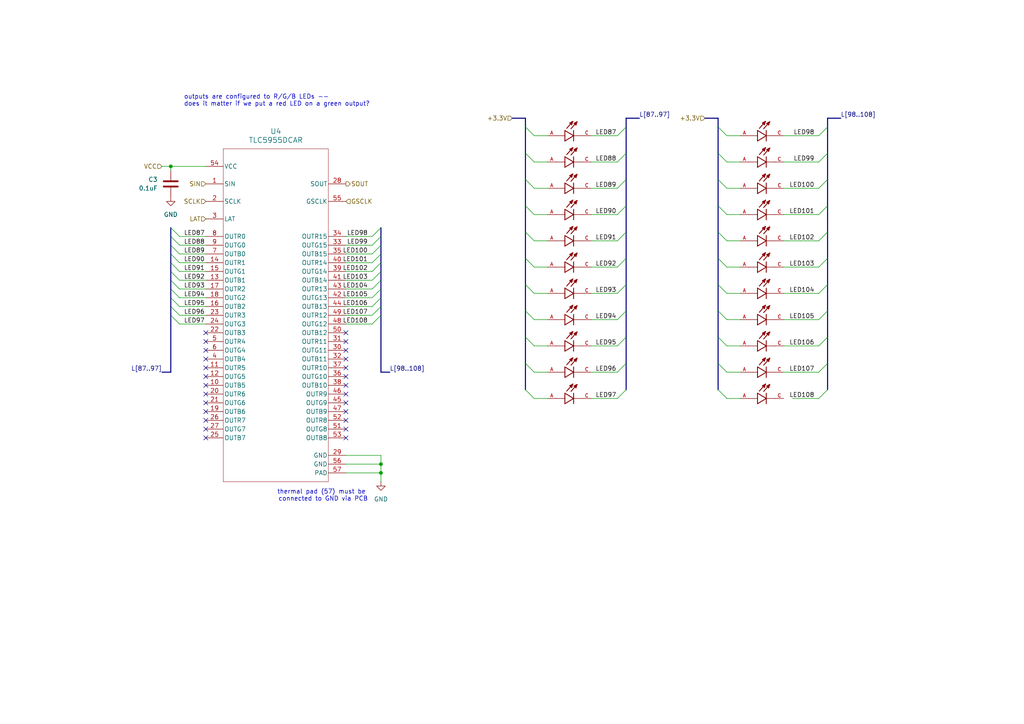
<source format=kicad_sch>
(kicad_sch (version 20231120) (generator "eeschema") (generator_version "8.0")
  (paper "A4")
  (lib_symbols
    (symbol "Device:C" (pin_numbers hide) (pin_names (offset 0.254))
      (property "Reference" "C" (at 0.635 2.54 0))
      (property "Value" "C" (at 0.635 -2.54 0))
      (symbol "C_0_1"
        (polyline (pts (xy -2.032 -0.762) (xy 2.032 -0.762)) (stroke (width 0.508)))
        (polyline (pts (xy -2.032 0.762) (xy 2.032 0.762)) (stroke (width 0.508)))
      )
      (symbol "C_1_1"
        (pin passive line (at 0 3.81 270) (length 2.794) (name "~") (number "1"))
        (pin passive line (at 0 -3.81 90) (length 2.794) (name "~") (number "2"))
      )
    )
    (symbol "LED 0603:LTST-C191KFKT" (pin_names (offset 1.016))
      (property "Reference" "D" (at -3.556 4.4958 0))
      (property "Value" "LTST-C191KFKT" (at -3.556 -3.302 0))
      (symbol "LTST-C191KFKT_0_0"
        (polyline (pts (xy -2.54 -1.524) (xy 0 0)) (stroke (width 0.254)))
        (polyline (pts (xy -2.54 0) (xy -5.08 0)) (stroke (width 0.1524)))
        (polyline (pts (xy -2.54 0) (xy -2.54 -1.524)) (stroke (width 0.254)))
        (polyline (pts (xy -2.54 1.524) (xy -2.54 0)) (stroke (width 0.254)))
        (polyline (pts (xy -1.1176 3.683) (xy -0.2286 4.1656)) (stroke (width 0.254)))
        (polyline (pts (xy -0.9398 3.6068) (xy -0.7112 3.7592)) (stroke (width 0.254)))
        (polyline (pts (xy -0.5588 3.2004) (xy -1.1176 3.683)) (stroke (width 0.254)))
        (polyline (pts (xy -0.5588 3.2004) (xy -0.5334 3.937)) (stroke (width 0.254)))
        (polyline (pts (xy -0.5334 3.937) (xy -0.6604 3.937)) (stroke (width 0.254)))
        (polyline (pts (xy -0.2286 4.1656) (xy -2.0066 2.1336)) (stroke (width 0.254)))
        (polyline (pts (xy -0.2286 4.1656) (xy -0.5588 3.2004)) (stroke (width 0.254)))
        (polyline (pts (xy 0 0) (xy -2.54 1.524)) (stroke (width 0.254)))
        (polyline (pts (xy 0 0) (xy 0 -1.524)) (stroke (width 0.254)))
        (polyline (pts (xy 0 1.524) (xy 0 0)) (stroke (width 0.254)))
        (polyline (pts (xy 0.127 3.5814) (xy 1.016 4.064)) (stroke (width 0.254)))
        (polyline (pts (xy 0.3048 3.5052) (xy 0.5334 3.6576)) (stroke (width 0.254)))
        (polyline (pts (xy 0.6858 3.0988) (xy 0.127 3.5814)) (stroke (width 0.254)))
        (polyline (pts (xy 0.6858 3.0988) (xy 0.7112 3.8354)) (stroke (width 0.254)))
        (polyline (pts (xy 0.7112 3.8354) (xy 0.5842 3.8354)) (stroke (width 0.254)))
        (polyline (pts (xy 1.016 4.064) (xy -0.762 2.032)) (stroke (width 0.254)))
        (polyline (pts (xy 1.016 4.064) (xy 0.6858 3.0988)) (stroke (width 0.254)))
        (polyline (pts (xy 2.54 0) (xy 0 0)) (stroke (width 0.1524)))
        (pin passive line (at -7.62 0 0) (length 2.54) (name "~") (number "A"))
        (pin passive line (at 5.08 0 180) (length 2.54) (name "~") (number "C"))
      )
    )
    (symbol "TLC5955:TLC5955DCAR" (pin_names (offset 0.254))
      (property "Reference" "U" (at 0 2.54 0))
      (property "Value" "TLC5955DCAR" (at 0 0 0))
      (symbol "TLC5955DCAR_0_1"
        (polyline (pts (xy -15.24 -48.26) (xy 15.24 -48.26)) (stroke (width 0.1016)))
        (polyline (pts (xy -15.24 48.26) (xy -15.24 -48.26)) (stroke (width 0.1016)))
        (polyline (pts (xy 15.24 -48.26) (xy 15.24 48.26)) (stroke (width 0.1016)))
        (polyline (pts (xy 15.24 48.26) (xy -15.24 48.26)) (stroke (width 0.1016)))
        (pin input line (at -20.32 38.1 0) (length 5.08) (name "SIN") (number "1"))
        (pin output line (at -20.32 -20.32 0) (length 5.08) (name "OUTB5") (number "10"))
        (pin output line (at -20.32 -15.24 0) (length 5.08) (name "OUTR5") (number "11"))
        (pin output line (at -20.32 -17.78 0) (length 5.08) (name "OUTG5") (number "12"))
        (pin output line (at -20.32 10.16 0) (length 5.08) (name "OUTB1") (number "13"))
        (pin output line (at -20.32 15.24 0) (length 5.08) (name "OUTR1") (number "14"))
        (pin output line (at -20.32 12.7 0) (length 5.08) (name "OUTG1") (number "15"))
        (pin output line (at -20.32 2.54 0) (length 5.08) (name "OUTB2") (number "16"))
        (pin output line (at -20.32 7.62 0) (length 5.08) (name "OUTR2") (number "17"))
        (pin output line (at -20.32 5.08 0) (length 5.08) (name "OUTG2") (number "18"))
        (pin output line (at -20.32 -27.94 0) (length 5.08) (name "OUTB6") (number "19"))
        (pin input line (at -20.32 33.02 0) (length 5.08) (name "SCLK") (number "2"))
        (pin output line (at -20.32 -22.86 0) (length 5.08) (name "OUTR6") (number "20"))
        (pin output line (at -20.32 -25.4 0) (length 5.08) (name "OUTG6") (number "21"))
        (pin output line (at -20.32 -5.08 0) (length 5.08) (name "OUTB3") (number "22"))
        (pin output line (at -20.32 0 0) (length 5.08) (name "OUTR3") (number "23"))
        (pin output line (at -20.32 -2.54 0) (length 5.08) (name "OUTG3") (number "24"))
        (pin output line (at -20.32 -35.56 0) (length 5.08) (name "OUTB7") (number "25"))
        (pin output line (at -20.32 -30.48 0) (length 5.08) (name "OUTR7") (number "26"))
        (pin output line (at -20.32 -33.02 0) (length 5.08) (name "OUTG7") (number "27"))
        (pin output line (at 20.32 38.1 180) (length 5.08) (name "SOUT") (number "28"))
        (pin power_in line (at 20.32 -40.64 180) (length 5.08) (name "GND") (number "29"))
        (pin input line (at -20.32 27.94 0) (length 5.08) (name "LAT") (number "3"))
        (pin output line (at 20.32 -10.16 180) (length 5.08) (name "OUTG11") (number "30"))
        (pin output line (at 20.32 -7.62 180) (length 5.08) (name "OUTR11") (number "31"))
        (pin output line (at 20.32 -12.7 180) (length 5.08) (name "OUTB11") (number "32"))
        (pin output line (at 20.32 20.32 180) (length 5.08) (name "OUTG15") (number "33"))
        (pin output line (at 20.32 22.86 180) (length 5.08) (name "OUTR15") (number "34"))
        (pin output line (at 20.32 17.78 180) (length 5.08) (name "OUTB15") (number "35"))
        (pin output line (at 20.32 -17.78 180) (length 5.08) (name "OUTG10") (number "36"))
        (pin output line (at 20.32 -15.24 180) (length 5.08) (name "OUTR10") (number "37"))
        (pin output line (at 20.32 -20.32 180) (length 5.08) (name "OUTB10") (number "38"))
        (pin output line (at 20.32 12.7 180) (length 5.08) (name "OUTG14") (number "39"))
        (pin output line (at -20.32 -12.7 0) (length 5.08) (name "OUTB4") (number "4"))
        (pin output line (at 20.32 15.24 180) (length 5.08) (name "OUTR14") (number "40"))
        (pin output line (at 20.32 10.16 180) (length 5.08) (name "OUTB14") (number "41"))
        (pin output line (at 20.32 5.08 180) (length 5.08) (name "OUTG13") (number "42"))
        (pin output line (at 20.32 7.62 180) (length 5.08) (name "OUTR13") (number "43"))
        (pin output line (at 20.32 2.54 180) (length 5.08) (name "OUTB13") (number "44"))
        (pin output line (at 20.32 -25.4 180) (length 5.08) (name "OUTG9") (number "45"))
        (pin output line (at 20.32 -22.86 180) (length 5.08) (name "OUTR9") (number "46"))
        (pin output line (at 20.32 -27.94 180) (length 5.08) (name "OUTB9") (number "47"))
        (pin output line (at 20.32 -2.54 180) (length 5.08) (name "OUTG12") (number "48"))
        (pin output line (at 20.32 0 180) (length 5.08) (name "OUTR12") (number "49"))
        (pin output line (at -20.32 -7.62 0) (length 5.08) (name "OUTR4") (number "5"))
        (pin output line (at 20.32 -5.08 180) (length 5.08) (name "OUTB12") (number "50"))
        (pin output line (at 20.32 -33.02 180) (length 5.08) (name "OUTG8") (number "51"))
        (pin output line (at 20.32 -30.48 180) (length 5.08) (name "OUTR8") (number "52"))
        (pin output line (at 20.32 -35.56 180) (length 5.08) (name "OUTB8") (number "53"))
        (pin power_in line (at -20.32 43.18 0) (length 5.08) (name "VCC") (number "54"))
        (pin input line (at 20.32 33.02 180) (length 5.08) (name "GSCLK") (number "55"))
        (pin power_in line (at 20.32 -43.18 180) (length 5.08) (name "GND") (number "56"))
        (pin power_in line (at 20.32 -45.72 180) (length 5.08) (name "PAD") (number "57"))
        (pin output line (at -20.32 -10.16 0) (length 5.08) (name "OUTG4") (number "6"))
        (pin output line (at -20.32 17.78 0) (length 5.08) (name "OUTB0") (number "7"))
        (pin output line (at -20.32 22.86 0) (length 5.08) (name "OUTR0") (number "8"))
        (pin output line (at -20.32 20.32 0) (length 5.08) (name "OUTG0") (number "9"))
      )
    )
    (symbol "power:GND" (power) (pin_numbers hide) (pin_names (offset 0) hide)
      (property "Value" "GND" (at 0 -3.81 0))
      (symbol "GND_0_1"
        (polyline (pts (xy 0 0) (xy 0 -1.27) (xy 1.27 -1.27) (xy 0 -2.54) (xy -1.27 -1.27) (xy 0 -1.27)))
      )
      (symbol "GND_1_1"
        (pin power_in line (at 0 0 270) (length 0) (name "~") (number "1"))
      )
    )
  )
  (junction (at 49.53 48.26))
  (junction (at 110.49 137.16))
  (junction (at 110.49 134.62))
  (no_connect (at 59.69 114.3))
  (no_connect (at 100.33 99.06))
  (no_connect (at 100.33 114.3))
  (no_connect (at 59.69 104.14))
  (no_connect (at 59.69 119.38))
  (no_connect (at 59.69 101.6))
  (no_connect (at 59.69 99.06))
  (no_connect (at 59.69 121.92))
  (no_connect (at 100.33 121.92))
  (no_connect (at 100.33 104.14))
  (no_connect (at 100.33 119.38))
  (no_connect (at 100.33 116.84))
  (no_connect (at 100.33 111.76))
  (no_connect (at 59.69 96.52))
  (no_connect (at 59.69 124.46))
  (no_connect (at 100.33 127))
  (no_connect (at 59.69 111.76))
  (no_connect (at 100.33 124.46))
  (no_connect (at 100.33 106.68))
  (no_connect (at 59.69 116.84))
  (no_connect (at 59.69 106.68))
  (no_connect (at 100.33 101.6))
  (no_connect (at 100.33 96.52))
  (no_connect (at 59.69 109.22))
  (no_connect (at 59.69 127))
  (no_connect (at 100.33 109.22))
  (bus_entry (at 240.03 44.45) (size -2.54 2.54))
  (bus_entry (at 110.49 81.28) (size -2.54 2.54))
  (bus_entry (at 152.4 36.83) (size 2.54 2.54))
  (bus_entry (at 49.53 83.82) (size 2.54 2.54))
  (bus_entry (at 181.61 82.55) (size -2.54 2.54))
  (bus_entry (at 181.61 67.31) (size -2.54 2.54))
  (bus_entry (at 208.28 74.93) (size 2.54 2.54))
  (bus_entry (at 152.4 52.07) (size 2.54 2.54))
  (bus_entry (at 240.03 74.93) (size -2.54 2.54))
  (bus_entry (at 49.53 86.36) (size 2.54 2.54))
  (bus_entry (at 152.4 44.45) (size 2.54 2.54))
  (bus_entry (at 181.61 74.93) (size -2.54 2.54))
  (bus_entry (at 181.61 105.41) (size -2.54 2.54))
  (bus_entry (at 49.53 71.12) (size 2.54 2.54))
  (bus_entry (at 240.03 52.07) (size -2.54 2.54))
  (bus_entry (at 240.03 113.03) (size -2.54 2.54))
  (bus_entry (at 49.53 91.44) (size 2.54 2.54))
  (bus_entry (at 49.53 73.66) (size 2.54 2.54))
  (bus_entry (at 208.28 97.79) (size 2.54 2.54))
  (bus_entry (at 110.49 66.04) (size -2.54 2.54))
  (bus_entry (at 152.4 90.17) (size 2.54 2.54))
  (bus_entry (at 152.4 105.41) (size 2.54 2.54))
  (bus_entry (at 110.49 86.36) (size -2.54 2.54))
  (bus_entry (at 110.49 88.9) (size -2.54 2.54))
  (bus_entry (at 208.28 59.69) (size 2.54 2.54))
  (bus_entry (at 181.61 97.79) (size -2.54 2.54))
  (bus_entry (at 152.4 113.03) (size 2.54 2.54))
  (bus_entry (at 181.61 59.69) (size -2.54 2.54))
  (bus_entry (at 208.28 113.03) (size 2.54 2.54))
  (bus_entry (at 181.61 90.17) (size -2.54 2.54))
  (bus_entry (at 240.03 36.83) (size -2.54 2.54))
  (bus_entry (at 181.61 113.03) (size -2.54 2.54))
  (bus_entry (at 152.4 67.31) (size 2.54 2.54))
  (bus_entry (at 110.49 76.2) (size -2.54 2.54))
  (bus_entry (at 152.4 97.79) (size 2.54 2.54))
  (bus_entry (at 208.28 44.45) (size 2.54 2.54))
  (bus_entry (at 110.49 78.74) (size -2.54 2.54))
  (bus_entry (at 240.03 97.79) (size -2.54 2.54))
  (bus_entry (at 49.53 76.2) (size 2.54 2.54))
  (bus_entry (at 181.61 44.45) (size -2.54 2.54))
  (bus_entry (at 181.61 36.83) (size -2.54 2.54))
  (bus_entry (at 240.03 105.41) (size -2.54 2.54))
  (bus_entry (at 208.28 52.07) (size 2.54 2.54))
  (bus_entry (at 240.03 59.69) (size -2.54 2.54))
  (bus_entry (at 110.49 68.58) (size -2.54 2.54))
  (bus_entry (at 49.53 88.9) (size 2.54 2.54))
  (bus_entry (at 181.61 52.07) (size -2.54 2.54))
  (bus_entry (at 49.53 66.04) (size 2.54 2.54))
  (bus_entry (at 152.4 74.93) (size 2.54 2.54))
  (bus_entry (at 110.49 91.44) (size -2.54 2.54))
  (bus_entry (at 240.03 82.55) (size -2.54 2.54))
  (bus_entry (at 208.28 90.17) (size 2.54 2.54))
  (bus_entry (at 208.28 67.31) (size 2.54 2.54))
  (bus_entry (at 152.4 82.55) (size 2.54 2.54))
  (bus_entry (at 110.49 73.66) (size -2.54 2.54))
  (bus_entry (at 240.03 67.31) (size -2.54 2.54))
  (bus_entry (at 208.28 36.83) (size 2.54 2.54))
  (bus_entry (at 152.4 59.69) (size 2.54 2.54))
  (bus_entry (at 240.03 90.17) (size -2.54 2.54))
  (bus_entry (at 49.53 81.28) (size 2.54 2.54))
  (bus_entry (at 208.28 105.41) (size 2.54 2.54))
  (bus_entry (at 110.49 83.82) (size -2.54 2.54))
  (bus_entry (at 49.53 68.58) (size 2.54 2.54))
  (bus_entry (at 110.49 71.12) (size -2.54 2.54))
  (bus_entry (at 49.53 78.74) (size 2.54 2.54))
  (bus_entry (at 208.28 82.55) (size 2.54 2.54))
  (bus (pts (xy 49.53 66.04) (xy 49.53 68.58)))
  (bus (pts (xy 240.03 34.29) (xy 243.84 34.29)))
  (wire (pts (xy 107.95 71.12) (xy 100.33 71.12)))
  (wire (pts (xy 227.33 69.85) (xy 237.49 69.85)))
  (wire (pts (xy 171.45 62.23) (xy 179.07 62.23)))
  (bus (pts (xy 204.47 34.29) (xy 208.28 34.29)))
  (wire (pts (xy 227.33 77.47) (xy 237.49 77.47)))
  (wire (pts (xy 100.33 137.16) (xy 110.49 137.16)))
  (bus (pts (xy 49.53 91.44) (xy 49.53 107.95)))
  (bus (pts (xy 49.53 86.36) (xy 49.53 88.9)))
  (wire (pts (xy 210.82 62.23) (xy 214.63 62.23)))
  (bus (pts (xy 240.03 90.17) (xy 240.03 97.79)))
  (bus (pts (xy 110.49 71.12) (xy 110.49 73.66)))
  (bus (pts (xy 152.4 44.45) (xy 152.4 36.83)))
  (wire (pts (xy 227.33 85.09) (xy 237.49 85.09)))
  (bus (pts (xy 181.61 105.41) (xy 181.61 113.03)))
  (wire (pts (xy 154.94 69.85) (xy 158.75 69.85)))
  (bus (pts (xy 181.61 52.07) (xy 181.61 59.69)))
  (wire (pts (xy 154.94 85.09) (xy 158.75 85.09)))
  (wire (pts (xy 52.07 71.12) (xy 59.69 71.12)))
  (bus (pts (xy 152.4 90.17) (xy 152.4 82.55)))
  (bus (pts (xy 110.49 91.44) (xy 110.49 107.95)))
  (bus (pts (xy 152.4 113.03) (xy 152.4 105.41)))
  (wire (pts (xy 46.99 48.26) (xy 49.53 48.26)))
  (bus (pts (xy 208.28 105.41) (xy 208.28 97.79)))
  (bus (pts (xy 240.03 67.31) (xy 240.03 74.93)))
  (bus (pts (xy 152.4 52.07) (xy 152.4 44.45)))
  (bus (pts (xy 240.03 74.93) (xy 240.03 82.55)))
  (bus (pts (xy 240.03 82.55) (xy 240.03 90.17)))
  (bus (pts (xy 152.4 105.41) (xy 152.4 97.79)))
  (wire (pts (xy 210.82 39.37) (xy 214.63 39.37)))
  (wire (pts (xy 49.53 48.26) (xy 59.69 48.26)))
  (wire (pts (xy 154.94 107.95) (xy 158.75 107.95)))
  (wire (pts (xy 227.33 100.33) (xy 237.49 100.33)))
  (wire (pts (xy 210.82 115.57) (xy 214.63 115.57)))
  (bus (pts (xy 181.61 74.93) (xy 181.61 82.55)))
  (wire (pts (xy 171.45 77.47) (xy 179.07 77.47)))
  (wire (pts (xy 52.07 68.58) (xy 59.69 68.58)))
  (wire (pts (xy 154.94 115.57) (xy 158.75 115.57)))
  (bus (pts (xy 110.49 88.9) (xy 110.49 91.44)))
  (bus (pts (xy 208.28 52.07) (xy 208.28 44.45)))
  (wire (pts (xy 210.82 54.61) (xy 214.63 54.61)))
  (wire (pts (xy 237.49 115.57) (xy 229.87 115.57)))
  (bus (pts (xy 46.99 107.95) (xy 49.53 107.95)))
  (bus (pts (xy 148.59 34.29) (xy 152.4 34.29)))
  (wire (pts (xy 210.82 46.99) (xy 214.63 46.99)))
  (bus (pts (xy 152.4 82.55) (xy 152.4 74.93)))
  (wire (pts (xy 227.33 107.95) (xy 237.49 107.95)))
  (bus (pts (xy 181.61 90.17) (xy 181.61 97.79)))
  (bus (pts (xy 152.4 36.83) (xy 152.4 34.29)))
  (bus (pts (xy 208.28 90.17) (xy 208.28 82.55)))
  (wire (pts (xy 154.94 39.37) (xy 158.75 39.37)))
  (bus (pts (xy 240.03 59.69) (xy 240.03 67.31)))
  (wire (pts (xy 52.07 91.44) (xy 59.69 91.44)))
  (wire (pts (xy 52.07 83.82) (xy 59.69 83.82)))
  (wire (pts (xy 171.45 100.33) (xy 179.07 100.33)))
  (bus (pts (xy 240.03 52.07) (xy 240.03 59.69)))
  (wire (pts (xy 52.07 88.9) (xy 59.69 88.9)))
  (wire (pts (xy 227.33 46.99) (xy 237.49 46.99)))
  (wire (pts (xy 107.95 76.2) (xy 100.33 76.2)))
  (wire (pts (xy 227.33 62.23) (xy 237.49 62.23)))
  (bus (pts (xy 49.53 68.58) (xy 49.53 71.12)))
  (bus (pts (xy 181.61 67.31) (xy 181.61 74.93)))
  (bus (pts (xy 110.49 68.58) (xy 110.49 71.12)))
  (wire (pts (xy 210.82 77.47) (xy 214.63 77.47)))
  (wire (pts (xy 52.07 86.36) (xy 59.69 86.36)))
  (bus (pts (xy 110.49 66.04) (xy 110.49 68.58)))
  (wire (pts (xy 227.33 39.37) (xy 237.49 39.37)))
  (wire (pts (xy 52.07 81.28) (xy 59.69 81.28)))
  (bus (pts (xy 181.61 59.69) (xy 181.61 67.31)))
  (wire (pts (xy 210.82 100.33) (xy 214.63 100.33)))
  (bus (pts (xy 49.53 81.28) (xy 49.53 83.82)))
  (wire (pts (xy 107.95 81.28) (xy 100.33 81.28)))
  (bus (pts (xy 181.61 34.29) (xy 185.42 34.29)))
  (wire (pts (xy 154.94 100.33) (xy 158.75 100.33)))
  (bus (pts (xy 110.49 76.2) (xy 110.49 78.74)))
  (wire (pts (xy 171.45 39.37) (xy 179.07 39.37)))
  (bus (pts (xy 240.03 34.29) (xy 240.03 36.83)))
  (bus (pts (xy 240.03 36.83) (xy 240.03 44.45)))
  (wire (pts (xy 171.45 85.09) (xy 179.07 85.09)))
  (bus (pts (xy 110.49 86.36) (xy 110.49 88.9)))
  (bus (pts (xy 208.28 74.93) (xy 208.28 67.31)))
  (wire (pts (xy 171.45 107.95) (xy 179.07 107.95)))
  (wire (pts (xy 171.45 115.57) (xy 179.07 115.57)))
  (wire (pts (xy 107.95 88.9) (xy 100.33 88.9)))
  (wire (pts (xy 154.94 92.71) (xy 158.75 92.71)))
  (wire (pts (xy 210.82 85.09) (xy 214.63 85.09)))
  (bus (pts (xy 181.61 34.29) (xy 181.61 36.83)))
  (bus (pts (xy 110.49 81.28) (xy 110.49 83.82)))
  (bus (pts (xy 208.28 59.69) (xy 208.28 52.07)))
  (wire (pts (xy 107.95 93.98) (xy 100.33 93.98)))
  (bus (pts (xy 110.49 78.74) (xy 110.49 81.28)))
  (bus (pts (xy 49.53 76.2) (xy 49.53 78.74)))
  (wire (pts (xy 210.82 107.95) (xy 214.63 107.95)))
  (bus (pts (xy 181.61 44.45) (xy 181.61 52.07)))
  (wire (pts (xy 52.07 93.98) (xy 59.69 93.98)))
  (bus (pts (xy 49.53 73.66) (xy 49.53 76.2)))
  (bus (pts (xy 181.61 82.55) (xy 181.61 90.17)))
  (bus (pts (xy 152.4 97.79) (xy 152.4 90.17)))
  (wire (pts (xy 210.82 69.85) (xy 214.63 69.85)))
  (wire (pts (xy 49.53 48.26) (xy 49.53 49.53)))
  (bus (pts (xy 152.4 59.69) (xy 152.4 52.07)))
  (wire (pts (xy 52.07 76.2) (xy 59.69 76.2)))
  (bus (pts (xy 208.28 44.45) (xy 208.28 36.83)))
  (wire (pts (xy 110.49 132.08) (xy 110.49 134.62)))
  (wire (pts (xy 107.95 73.66) (xy 100.33 73.66)))
  (wire (pts (xy 107.95 68.58) (xy 100.33 68.58)))
  (bus (pts (xy 240.03 44.45) (xy 240.03 52.07)))
  (bus (pts (xy 49.53 71.12) (xy 49.53 73.66)))
  (bus (pts (xy 152.4 74.93) (xy 152.4 67.31)))
  (bus (pts (xy 49.53 78.74) (xy 49.53 81.28)))
  (wire (pts (xy 171.45 69.85) (xy 179.07 69.85)))
  (bus (pts (xy 208.28 82.55) (xy 208.28 74.93)))
  (bus (pts (xy 110.49 83.82) (xy 110.49 86.36)))
  (bus (pts (xy 110.49 73.66) (xy 110.49 76.2)))
  (bus (pts (xy 49.53 83.82) (xy 49.53 86.36)))
  (wire (pts (xy 210.82 92.71) (xy 214.63 92.71)))
  (wire (pts (xy 171.45 92.71) (xy 179.07 92.71)))
  (wire (pts (xy 154.94 46.99) (xy 158.75 46.99)))
  (wire (pts (xy 154.94 62.23) (xy 158.75 62.23)))
  (wire (pts (xy 154.94 54.61) (xy 158.75 54.61)))
  (bus (pts (xy 152.4 67.31) (xy 152.4 59.69)))
  (wire (pts (xy 107.95 83.82) (xy 100.33 83.82)))
  (wire (pts (xy 154.94 77.47) (xy 158.75 77.47)))
  (bus (pts (xy 208.28 67.31) (xy 208.28 59.69)))
  (wire (pts (xy 107.95 78.74) (xy 100.33 78.74)))
  (bus (pts (xy 49.53 88.9) (xy 49.53 91.44)))
  (bus (pts (xy 113.03 107.95) (xy 110.49 107.95)))
  (wire (pts (xy 52.07 73.66) (xy 59.69 73.66)))
  (wire (pts (xy 100.33 132.08) (xy 110.49 132.08)))
  (wire (pts (xy 52.07 78.74) (xy 59.69 78.74)))
  (wire (pts (xy 227.33 54.61) (xy 237.49 54.61)))
  (bus (pts (xy 181.61 36.83) (xy 181.61 44.45)))
  (bus (pts (xy 208.28 113.03) (xy 208.28 105.41)))
  (bus (pts (xy 240.03 105.41) (xy 240.03 113.03)))
  (wire (pts (xy 110.49 134.62) (xy 110.49 137.16)))
  (wire (pts (xy 107.95 91.44) (xy 100.33 91.44)))
  (wire (pts (xy 100.33 134.62) (xy 110.49 134.62)))
  (bus (pts (xy 208.28 36.83) (xy 208.28 34.29)))
  (wire (pts (xy 227.33 92.71) (xy 237.49 92.71)))
  (bus (pts (xy 181.61 97.79) (xy 181.61 105.41)))
  (wire (pts (xy 171.45 46.99) (xy 179.07 46.99)))
  (wire (pts (xy 107.95 86.36) (xy 100.33 86.36)))
  (wire (pts (xy 171.45 54.61) (xy 179.07 54.61)))
  (bus (pts (xy 208.28 97.79) (xy 208.28 90.17)))
  (wire (pts (xy 110.49 137.16) (xy 110.49 139.7)))
  (bus (pts (xy 240.03 97.79) (xy 240.03 105.41)))
  (text "thermal pad (57) must be \nconnected to GND via PCB" (at 93.726 143.764 0) (effects (font (size 1.27 1.27))))
  (text "outputs are configured to R/G/B LEDs -- \ndoes it matter if we put a red LED on a green output?" (at 53.34 29.21 0) (effects (font (size 1.27 1.27)) (justify left)))
  (label "LED108" (at 236.22 115.57 180))
  (label "LED92" (at 172.72 77.47 0))
  (label "LED106" (at 236.22 100.33 180))
  (label "LED98" (at 236.22 39.37 180))
  (label "LED90" (at 53.34 76.2 0))
  (label "LED97" (at 53.34 93.98 0))
  (label "LED103" (at 236.22 77.47 180))
  (label "LED92" (at 53.34 81.28 0))
  (label "LED89" (at 53.34 73.66 0))
  (label "LED96" (at 53.34 91.44 0))
  (label "LED100" (at 106.68 73.66 180))
  (label "LED107" (at 106.68 91.44 180))
  (label "LED101" (at 106.68 76.2 180))
  (label "LED97" (at 172.72 115.57 0))
  (label "L[98..108]" (at 113.03 107.95 0))
  (label "LED108" (at 106.68 93.98 180))
  (label "LED93" (at 172.72 85.09 0))
  (label "LED93" (at 53.34 83.82 0))
  (label "LED95" (at 53.34 88.9 0))
  (label "LED88" (at 53.34 71.12 0))
  (label "LED91" (at 53.34 78.74 0))
  (label "LED101" (at 236.22 62.23 180))
  (label "LED102" (at 106.68 78.74 180))
  (label "LED90" (at 172.72 62.23 0))
  (label "L[87..97]" (at 185.42 34.29 0))
  (label "LED104" (at 106.68 83.82 180))
  (label "LED87" (at 53.34 68.58 0))
  (label "LED105" (at 106.68 86.36 180))
  (label "LED106" (at 106.68 88.9 180))
  (label "LED89" (at 172.72 54.61 0))
  (label "LED104" (at 236.22 85.09 180))
  (label "LED94" (at 172.72 92.71 0))
  (label "LED94" (at 53.34 86.36 0))
  (label "L[87..97]" (at 46.99 107.95 180))
  (label "LED95" (at 172.72 100.33 0))
  (label "LED105" (at 236.22 92.71 180))
  (label "LED107" (at 236.22 107.95 180))
  (label "L[98..108]" (at 243.84 34.29 0))
  (label "LED91" (at 172.72 69.85 0))
  (label "LED88" (at 172.72 46.99 0))
  (label "LED103" (at 106.68 81.28 180))
  (label "LED96" (at 172.72 107.95 0))
  (label "LED99" (at 106.68 71.12 180))
  (label "LED102" (at 236.22 69.85 180))
  (label "LED98" (at 106.68 68.58 180))
  (label "LED100" (at 236.22 54.61 180))
  (label "LED87" (at 172.72 39.37 0))
  (label "LED99" (at 236.22 46.99 180))
  (hierarchical_label "GSCLK" (shape input) (at 100.33 58.42 0))
  (hierarchical_label "VCC" (shape input) (at 46.99 48.26 180))
  (hierarchical_label "LAT" (shape input) (at 59.69 63.5 180))
  (hierarchical_label "+3.3V" (shape input) (at 148.59 34.29 180))
  (hierarchical_label "SOUT" (shape output) (at 100.33 53.34 0))
  (hierarchical_label "+3.3V" (shape input) (at 204.47 34.29 180))
  (hierarchical_label "SIN" (shape input) (at 59.69 53.34 180))
  (hierarchical_label "SCLK" (shape input) (at 59.69 58.42 180))
  (symbol (lib_id "LED 0603:LTST-C191KFKT") (at 166.37 107.95 0) (unit 1)
    (property "Reference" "D86" (effects (hide yes)))
    (property "Value" "LTST-C191KFKT" (effects (hide yes)))
    (property "Footprint" "LTST-C191KFKT:LEDC1608X55N" (effects (hide yes)))
    (property "PARTREV" "Rev. H" (effects (hide yes)))
    (property "MANUFACTURER" "Lite-On Inc." (effects (hide yes)))
    (property "MAXIMUM_PACKAGE_HEIGHT" "0.65 mm" (effects (hide yes)))
    (property "STANDARD" "IPC-7351B" (effects (hide yes)))
  )
  (symbol (lib_id "LED 0603:LTST-C191KFKT") (at 166.37 115.57 0) (unit 1)
    (property "Reference" "D87" (effects (hide yes)))
    (property "Value" "LTST-C191KFKT" (effects (hide yes)))
    (property "Footprint" "LTST-C191KFKT:LEDC1608X55N" (effects (hide yes)))
    (property "PARTREV" "Rev. H" (effects (hide yes)))
    (property "MANUFACTURER" "Lite-On Inc." (effects (hide yes)))
    (property "MAXIMUM_PACKAGE_HEIGHT" "0.65 mm" (effects (hide yes)))
    (property "STANDARD" "IPC-7351B" (effects (hide yes)))
  )
  (symbol (lib_id "LED 0603:LTST-C191KFKT") (at 222.25 46.99 0) (unit 1)
    (property "Reference" "D91" (effects (hide yes)))
    (property "Value" "LTST-C191KFKT" (effects (hide yes)))
    (property "Footprint" "LTST-C191KFKT:LEDC1608X55N" (effects (hide yes)))
    (property "PARTREV" "Rev. H" (effects (hide yes)))
    (property "MANUFACTURER" "Lite-On Inc." (effects (hide yes)))
    (property "MAXIMUM_PACKAGE_HEIGHT" "0.65 mm" (effects (hide yes)))
    (property "STANDARD" "IPC-7351B" (effects (hide yes)))
  )
  (symbol (lib_id "power:GND") (at 110.49 139.7 0) (mirror y) (unit 1)
    (property "Reference" "#PWR07" (effects (hide yes)))
    (property "Value" "GND" (at 110.49 144.78 0))
    (property "Description" "Power symbol creates a global label with name \"GND\" , ground" (effects (hide yes)))
  )
  (symbol (lib_id "Device:C") (at 49.53 53.34 0) (mirror x) (unit 1)
    (property "Reference" "C3" (at 45.72 52.0699 0) (effects (justify right)))
    (property "Value" "0.1uF" (at 45.72 54.6099 0) (effects (justify right)))
    (property "Description" "Unpolarized capacitor" (effects (hide yes)))
  )
  (symbol (lib_id "LED 0603:LTST-C191KFKT") (at 166.37 54.61 0) (unit 1)
    (property "Reference" "D79" (effects (hide yes)))
    (property "Value" "LTST-C191KFKT" (effects (hide yes)))
    (property "Footprint" "LTST-C191KFKT:LEDC1608X55N" (effects (hide yes)))
    (property "PARTREV" "Rev. H" (effects (hide yes)))
    (property "MANUFACTURER" "Lite-On Inc." (effects (hide yes)))
    (property "MAXIMUM_PACKAGE_HEIGHT" "0.65 mm" (effects (hide yes)))
    (property "STANDARD" "IPC-7351B" (effects (hide yes)))
  )
  (symbol (lib_id "LED 0603:LTST-C191KFKT") (at 166.37 39.37 0) (unit 1)
    (property "Reference" "D64" (effects (hide yes)))
    (property "Value" "LTST-C191KFKT" (effects (hide yes)))
    (property "Footprint" "LTST-C191KFKT:LEDC1608X55N" (effects (hide yes)))
    (property "PARTREV" "Rev. H" (effects (hide yes)))
    (property "MANUFACTURER" "Lite-On Inc." (effects (hide yes)))
    (property "MAXIMUM_PACKAGE_HEIGHT" "0.65 mm" (effects (hide yes)))
    (property "STANDARD" "IPC-7351B" (effects (hide yes)))
  )
  (symbol (lib_id "LED 0603:LTST-C191KFKT") (at 166.37 77.47 0) (unit 1)
    (property "Reference" "D82" (effects (hide yes)))
    (property "Value" "LTST-C191KFKT" (effects (hide yes)))
    (property "Footprint" "LTST-C191KFKT:LEDC1608X55N" (effects (hide yes)))
    (property "PARTREV" "Rev. H" (effects (hide yes)))
    (property "MANUFACTURER" "Lite-On Inc." (effects (hide yes)))
    (property "MAXIMUM_PACKAGE_HEIGHT" "0.65 mm" (effects (hide yes)))
    (property "STANDARD" "IPC-7351B" (effects (hide yes)))
  )
  (symbol (lib_id "LED 0603:LTST-C191KFKT") (at 166.37 85.09 0) (unit 1)
    (property "Reference" "D83" (effects (hide yes)))
    (property "Value" "LTST-C191KFKT" (effects (hide yes)))
    (property "Footprint" "LTST-C191KFKT:LEDC1608X55N" (effects (hide yes)))
    (property "PARTREV" "Rev. H" (effects (hide yes)))
    (property "MANUFACTURER" "Lite-On Inc." (effects (hide yes)))
    (property "MAXIMUM_PACKAGE_HEIGHT" "0.65 mm" (effects (hide yes)))
    (property "STANDARD" "IPC-7351B" (effects (hide yes)))
  )
  (symbol (lib_id "LED 0603:LTST-C191KFKT") (at 222.25 39.37 0) (unit 1)
    (property "Reference" "D90" (effects (hide yes)))
    (property "Value" "LTST-C191KFKT" (effects (hide yes)))
    (property "Footprint" "LTST-C191KFKT:LEDC1608X55N" (effects (hide yes)))
    (property "PARTREV" "Rev. H" (effects (hide yes)))
    (property "MANUFACTURER" "Lite-On Inc." (effects (hide yes)))
    (property "MAXIMUM_PACKAGE_HEIGHT" "0.65 mm" (effects (hide yes)))
    (property "STANDARD" "IPC-7351B" (effects (hide yes)))
  )
  (symbol (lib_id "LED 0603:LTST-C191KFKT") (at 222.25 54.61 0) (unit 1)
    (property "Reference" "D92" (effects (hide yes)))
    (property "Value" "LTST-C191KFKT" (effects (hide yes)))
    (property "Footprint" "LTST-C191KFKT:LEDC1608X55N" (effects (hide yes)))
    (property "PARTREV" "Rev. H" (effects (hide yes)))
    (property "MANUFACTURER" "Lite-On Inc." (effects (hide yes)))
    (property "MAXIMUM_PACKAGE_HEIGHT" "0.65 mm" (effects (hide yes)))
    (property "STANDARD" "IPC-7351B" (effects (hide yes)))
  )
  (symbol (lib_id "LED 0603:LTST-C191KFKT") (at 222.25 100.33 0) (unit 1)
    (property "Reference" "D98" (effects (hide yes)))
    (property "Value" "LTST-C191KFKT" (effects (hide yes)))
    (property "Footprint" "LTST-C191KFKT:LEDC1608X55N" (effects (hide yes)))
    (property "PARTREV" "Rev. H" (effects (hide yes)))
    (property "MANUFACTURER" "Lite-On Inc." (effects (hide yes)))
    (property "MAXIMUM_PACKAGE_HEIGHT" "0.65 mm" (effects (hide yes)))
    (property "STANDARD" "IPC-7351B" (effects (hide yes)))
  )
  (symbol (lib_id "LED 0603:LTST-C191KFKT") (at 166.37 69.85 0) (unit 1)
    (property "Reference" "D81" (effects (hide yes)))
    (property "Value" "LTST-C191KFKT" (effects (hide yes)))
    (property "Footprint" "LTST-C191KFKT:LEDC1608X55N" (effects (hide yes)))
    (property "PARTREV" "Rev. H" (effects (hide yes)))
    (property "MANUFACTURER" "Lite-On Inc." (effects (hide yes)))
    (property "MAXIMUM_PACKAGE_HEIGHT" "0.65 mm" (effects (hide yes)))
    (property "STANDARD" "IPC-7351B" (effects (hide yes)))
  )
  (symbol (lib_id "LED 0603:LTST-C191KFKT") (at 166.37 46.99 0) (unit 1)
    (property "Reference" "D78" (effects (hide yes)))
    (property "Value" "LTST-C191KFKT" (effects (hide yes)))
    (property "Footprint" "LTST-C191KFKT:LEDC1608X55N" (effects (hide yes)))
    (property "PARTREV" "Rev. H" (effects (hide yes)))
    (property "MANUFACTURER" "Lite-On Inc." (effects (hide yes)))
    (property "MAXIMUM_PACKAGE_HEIGHT" "0.65 mm" (effects (hide yes)))
    (property "STANDARD" "IPC-7351B" (effects (hide yes)))
  )
  (symbol (lib_id "LED 0603:LTST-C191KFKT") (at 166.37 62.23 0) (unit 1)
    (property "Reference" "D80" (effects (hide yes)))
    (property "Value" "LTST-C191KFKT" (effects (hide yes)))
    (property "Footprint" "LTST-C191KFKT:LEDC1608X55N" (effects (hide yes)))
    (property "PARTREV" "Rev. H" (effects (hide yes)))
    (property "MANUFACTURER" "Lite-On Inc." (effects (hide yes)))
    (property "MAXIMUM_PACKAGE_HEIGHT" "0.65 mm" (effects (hide yes)))
    (property "STANDARD" "IPC-7351B" (effects (hide yes)))
  )
  (symbol (lib_id "LED 0603:LTST-C191KFKT") (at 222.25 77.47 0) (unit 1)
    (property "Reference" "D95" (effects (hide yes)))
    (property "Value" "LTST-C191KFKT" (effects (hide yes)))
    (property "Footprint" "LTST-C191KFKT:LEDC1608X55N" (effects (hide yes)))
    (property "PARTREV" "Rev. H" (effects (hide yes)))
    (property "MANUFACTURER" "Lite-On Inc." (effects (hide yes)))
    (property "MAXIMUM_PACKAGE_HEIGHT" "0.65 mm" (effects (hide yes)))
    (property "STANDARD" "IPC-7351B" (effects (hide yes)))
  )
  (symbol (lib_id "LED 0603:LTST-C191KFKT") (at 222.25 92.71 0) (unit 1)
    (property "Reference" "D97" (effects (hide yes)))
    (property "Value" "LTST-C191KFKT" (effects (hide yes)))
    (property "Footprint" "LTST-C191KFKT:LEDC1608X55N" (effects (hide yes)))
    (property "PARTREV" "Rev. H" (effects (hide yes)))
    (property "MANUFACTURER" "Lite-On Inc." (effects (hide yes)))
    (property "MAXIMUM_PACKAGE_HEIGHT" "0.65 mm" (effects (hide yes)))
    (property "STANDARD" "IPC-7351B" (effects (hide yes)))
  )
  (symbol (lib_id "LED 0603:LTST-C191KFKT") (at 222.25 69.85 0) (unit 1)
    (property "Reference" "D94" (effects (hide yes)))
    (property "Value" "LTST-C191KFKT" (effects (hide yes)))
    (property "Footprint" "LTST-C191KFKT:LEDC1608X55N" (effects (hide yes)))
    (property "PARTREV" "Rev. H" (effects (hide yes)))
    (property "MANUFACTURER" "Lite-On Inc." (effects (hide yes)))
    (property "MAXIMUM_PACKAGE_HEIGHT" "0.65 mm" (effects (hide yes)))
    (property "STANDARD" "IPC-7351B" (effects (hide yes)))
  )
  (symbol (lib_id "power:GND") (at 49.53 57.15 0) (mirror y) (unit 1)
    (property "Reference" "#PWR06" (effects (hide yes)))
    (property "Value" "GND" (at 49.53 62.23 0))
    (property "Description" "Power symbol creates a global label with name \"GND\" , ground" (effects (hide yes)))
  )
  (symbol (lib_id "LED 0603:LTST-C191KFKT") (at 222.25 62.23 0) (unit 1)
    (property "Reference" "D93" (effects (hide yes)))
    (property "Value" "LTST-C191KFKT" (effects (hide yes)))
    (property "Footprint" "LTST-C191KFKT:LEDC1608X55N" (effects (hide yes)))
    (property "PARTREV" "Rev. H" (effects (hide yes)))
    (property "MANUFACTURER" "Lite-On Inc." (effects (hide yes)))
    (property "MAXIMUM_PACKAGE_HEIGHT" "0.65 mm" (effects (hide yes)))
    (property "STANDARD" "IPC-7351B" (effects (hide yes)))
  )
  (symbol (lib_id "LED 0603:LTST-C191KFKT") (at 222.25 85.09 0) (unit 1)
    (property "Reference" "D96" (effects (hide yes)))
    (property "Value" "LTST-C191KFKT" (effects (hide yes)))
    (property "Footprint" "LTST-C191KFKT:LEDC1608X55N" (effects (hide yes)))
    (property "PARTREV" "Rev. H" (effects (hide yes)))
    (property "MANUFACTURER" "Lite-On Inc." (effects (hide yes)))
    (property "MAXIMUM_PACKAGE_HEIGHT" "0.65 mm" (effects (hide yes)))
    (property "STANDARD" "IPC-7351B" (effects (hide yes)))
  )
  (symbol (lib_id "LED 0603:LTST-C191KFKT") (at 166.37 100.33 0) (unit 1)
    (property "Reference" "D85" (effects (hide yes)))
    (property "Value" "LTST-C191KFKT" (effects (hide yes)))
    (property "Footprint" "LTST-C191KFKT:LEDC1608X55N" (effects (hide yes)))
    (property "PARTREV" "Rev. H" (effects (hide yes)))
    (property "MANUFACTURER" "Lite-On Inc." (effects (hide yes)))
    (property "MAXIMUM_PACKAGE_HEIGHT" "0.65 mm" (effects (hide yes)))
    (property "STANDARD" "IPC-7351B" (effects (hide yes)))
  )
  (symbol (lib_id "LED 0603:LTST-C191KFKT") (at 222.25 107.95 0) (unit 1)
    (property "Reference" "D99" (effects (hide yes)))
    (property "Value" "LTST-C191KFKT" (effects (hide yes)))
    (property "Footprint" "LTST-C191KFKT:LEDC1608X55N" (effects (hide yes)))
    (property "PARTREV" "Rev. H" (effects (hide yes)))
    (property "MANUFACTURER" "Lite-On Inc." (effects (hide yes)))
    (property "MAXIMUM_PACKAGE_HEIGHT" "0.65 mm" (effects (hide yes)))
    (property "STANDARD" "IPC-7351B" (effects (hide yes)))
  )
  (symbol (lib_id "LED 0603:LTST-C191KFKT") (at 222.25 115.57 0) (unit 1)
    (property "Reference" "D100" (effects (hide yes)))
    (property "Value" "LTST-C191KFKT" (effects (hide yes)))
    (property "Footprint" "LTST-C191KFKT:LEDC1608X55N" (effects (hide yes)))
    (property "PARTREV" "Rev. H" (effects (hide yes)))
    (property "MANUFACTURER" "Lite-On Inc." (effects (hide yes)))
    (property "MAXIMUM_PACKAGE_HEIGHT" "0.65 mm" (effects (hide yes)))
    (property "STANDARD" "IPC-7351B" (effects (hide yes)))
  )
  (symbol (lib_id "LED 0603:LTST-C191KFKT") (at 166.37 92.71 0) (unit 1)
    (property "Reference" "D84" (effects (hide yes)))
    (property "Value" "LTST-C191KFKT" (effects (hide yes)))
    (property "Footprint" "LTST-C191KFKT:LEDC1608X55N" (effects (hide yes)))
    (property "PARTREV" "Rev. H" (effects (hide yes)))
    (property "MANUFACTURER" "Lite-On Inc." (effects (hide yes)))
    (property "MAXIMUM_PACKAGE_HEIGHT" "0.65 mm" (effects (hide yes)))
    (property "STANDARD" "IPC-7351B" (effects (hide yes)))
  )
  (symbol (lib_id "TLC5955:TLC5955DCAR") (at 80.01 91.44 0) (unit 1)
    (property "Reference" "U4" (at 80.01 38.1 0) (effects (font (size 1.524 1.524))))
    (property "Value" "TLC5955DCAR" (at 80.01 40.64 0) (effects (font (size 1.524 1.524))))
    (property "Footprint" "DCA0056F_N" (effects (hide yes)))
    (property "Datasheet" "TLC5955DCAR" (effects (hide yes)))
  )
)
</source>
